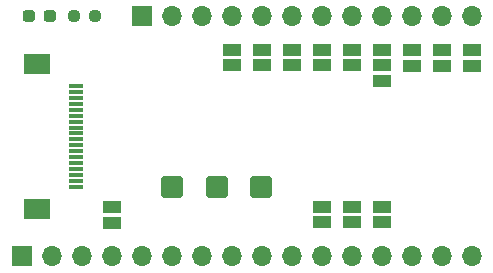
<source format=gbr>
%TF.GenerationSoftware,KiCad,Pcbnew,(6.0.10-0)*%
%TF.CreationDate,2023-01-20T18:51:18-05:00*%
%TF.ProjectId,EyeSPI-Featherwing,45796553-5049-42d4-9665-617468657277,1.0.0*%
%TF.SameCoordinates,Original*%
%TF.FileFunction,Soldermask,Top*%
%TF.FilePolarity,Negative*%
%FSLAX46Y46*%
G04 Gerber Fmt 4.6, Leading zero omitted, Abs format (unit mm)*
G04 Created by KiCad (PCBNEW (6.0.10-0)) date 2023-01-20 18:51:18*
%MOMM*%
%LPD*%
G01*
G04 APERTURE LIST*
G04 Aperture macros list*
%AMRoundRect*
0 Rectangle with rounded corners*
0 $1 Rounding radius*
0 $2 $3 $4 $5 $6 $7 $8 $9 X,Y pos of 4 corners*
0 Add a 4 corners polygon primitive as box body*
4,1,4,$2,$3,$4,$5,$6,$7,$8,$9,$2,$3,0*
0 Add four circle primitives for the rounded corners*
1,1,$1+$1,$2,$3*
1,1,$1+$1,$4,$5*
1,1,$1+$1,$6,$7*
1,1,$1+$1,$8,$9*
0 Add four rect primitives between the rounded corners*
20,1,$1+$1,$2,$3,$4,$5,0*
20,1,$1+$1,$4,$5,$6,$7,0*
20,1,$1+$1,$6,$7,$8,$9,0*
20,1,$1+$1,$8,$9,$2,$3,0*%
G04 Aperture macros list end*
%ADD10R,1.500000X1.000000*%
%ADD11RoundRect,0.237500X-0.287500X-0.237500X0.287500X-0.237500X0.287500X0.237500X-0.287500X0.237500X0*%
%ADD12R,1.300000X0.300000*%
%ADD13R,2.200000X1.800000*%
%ADD14RoundRect,0.237500X0.250000X0.237500X-0.250000X0.237500X-0.250000X-0.237500X0.250000X-0.237500X0*%
%ADD15RoundRect,0.250000X-0.675000X-0.675000X0.675000X-0.675000X0.675000X0.675000X-0.675000X0.675000X0*%
%ADD16R,1.700000X1.700000*%
%ADD17O,1.700000X1.700000*%
G04 APERTURE END LIST*
D10*
%TO.C,JP108*%
X157391100Y-98973400D03*
X157391100Y-97673400D03*
%TD*%
%TO.C,JP102*%
X137096500Y-111008400D03*
X137096500Y-112308400D03*
%TD*%
D11*
%TO.C,D101*%
X130100100Y-94843600D03*
X131850100Y-94843600D03*
%TD*%
D10*
%TO.C,JP107*%
X154876500Y-110983000D03*
X154876500Y-112283000D03*
%TD*%
D12*
%TO.C,J106*%
X134029100Y-100753600D03*
X134029100Y-101253600D03*
X134029100Y-101753600D03*
X134029100Y-102253600D03*
X134029100Y-102753600D03*
X134029100Y-103253600D03*
X134029100Y-103753600D03*
X134029100Y-104253600D03*
X134029100Y-104753600D03*
X134029100Y-105253600D03*
X134029100Y-105753600D03*
X134029100Y-106253600D03*
X134029100Y-106753600D03*
X134029100Y-107253600D03*
X134029100Y-107753600D03*
X134029100Y-108253600D03*
X134029100Y-108753600D03*
X134029100Y-109253600D03*
D13*
X130779100Y-98853600D03*
X130779100Y-111153600D03*
%TD*%
D10*
%TO.C,JP104*%
X165011100Y-98998800D03*
X165011100Y-97698800D03*
%TD*%
%TO.C,JP109*%
X157391100Y-110983000D03*
X157391100Y-112283000D03*
%TD*%
%TO.C,JP106*%
X149771100Y-98973400D03*
X149771100Y-97673400D03*
%TD*%
%TO.C,JP103*%
X152311100Y-98973400D03*
X152311100Y-97673400D03*
%TD*%
%TO.C,JP105*%
X162471100Y-98998800D03*
X162471100Y-97698800D03*
%TD*%
%TO.C,JP113*%
X147231100Y-98973400D03*
X147231100Y-97673400D03*
%TD*%
%TO.C,JP111*%
X159931100Y-110983000D03*
X159931100Y-112283000D03*
%TD*%
%TO.C,JP110*%
X159931100Y-100283800D03*
X159931100Y-98983800D03*
X159931100Y-97683800D03*
%TD*%
%TO.C,JP101*%
X167551100Y-98998800D03*
X167551100Y-97698800D03*
%TD*%
D14*
%TO.C,R101*%
X135672200Y-94843600D03*
X133847200Y-94843600D03*
%TD*%
D15*
%TO.C,J108*%
X142176500Y-109308343D03*
%TD*%
D10*
%TO.C,JP112*%
X154851100Y-98973400D03*
X154851100Y-97673400D03*
%TD*%
D15*
%TO.C,J109*%
X149745700Y-109308343D03*
%TD*%
%TO.C,J107*%
X145961100Y-109308343D03*
%TD*%
D16*
%TO.C,J102*%
X139611100Y-94843600D03*
D17*
X142151100Y-94843600D03*
X144691100Y-94843600D03*
X147231100Y-94843600D03*
X149771100Y-94843600D03*
X152311100Y-94843600D03*
X154851100Y-94843600D03*
X157391100Y-94843600D03*
X159931100Y-94843600D03*
X162471100Y-94843600D03*
X165011100Y-94843600D03*
X167551100Y-94843600D03*
%TD*%
D16*
%TO.C,J101*%
X129451100Y-115163600D03*
D17*
X131991100Y-115163600D03*
X134531100Y-115163600D03*
X137071100Y-115163600D03*
X139611100Y-115163600D03*
X142151100Y-115163600D03*
X144691100Y-115163600D03*
X147231100Y-115163600D03*
X149771100Y-115163600D03*
X152311100Y-115163600D03*
X154851100Y-115163600D03*
X157391100Y-115163600D03*
X159931100Y-115163600D03*
X162471100Y-115163600D03*
X165011100Y-115163600D03*
X167551100Y-115163600D03*
%TD*%
M02*

</source>
